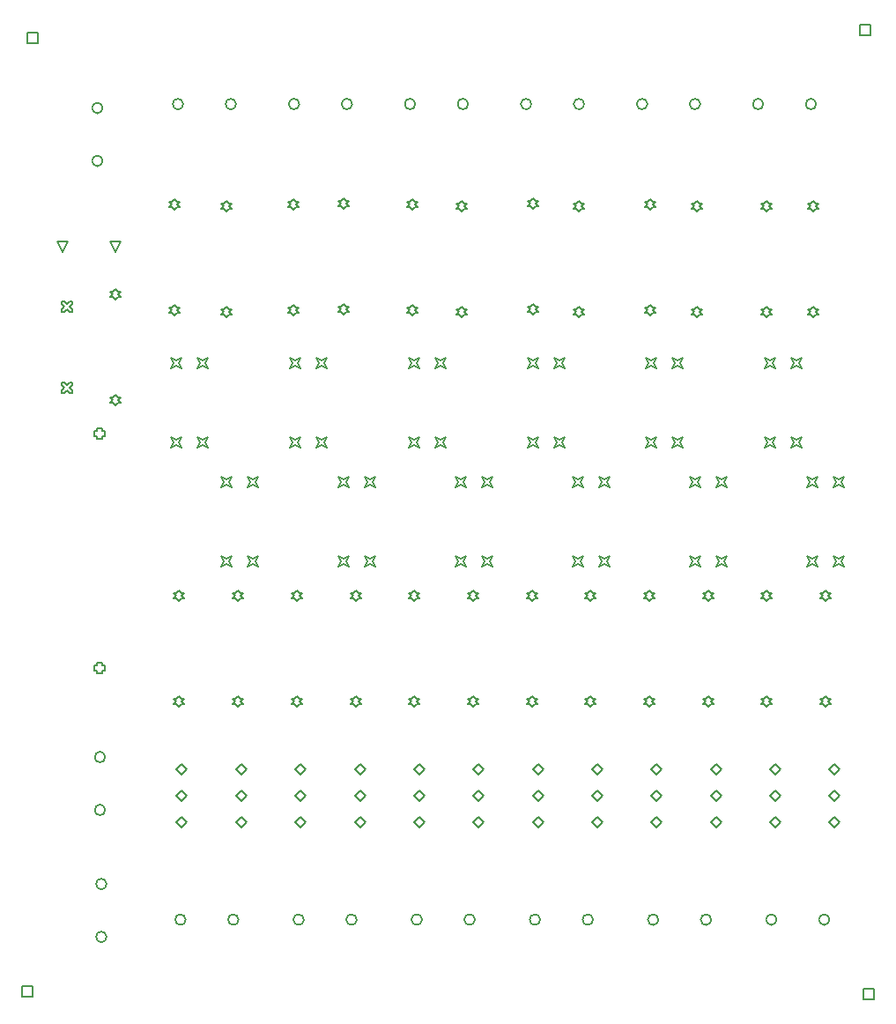
<source format=gbr>
G04*
G04 #@! TF.GenerationSoftware,Altium Limited,Altium Designer,22.4.2 (48)*
G04*
G04 Layer_Color=2752767*
%FSLAX44Y44*%
%MOMM*%
G71*
G04*
G04 #@! TF.SameCoordinates,69224164-BCDE-4545-B53B-617D96EECF20*
G04*
G04*
G04 #@! TF.FilePolarity,Positive*
G04*
G01*
G75*
%ADD12C,0.1270*%
%ADD44C,0.1693*%
D12*
X1038860Y1167130D02*
Y1177290D01*
X1049020D01*
Y1167130D01*
X1038860D01*
X1042670Y241300D02*
Y251460D01*
X1052830D01*
Y241300D01*
X1042670D01*
X233680Y243840D02*
Y254000D01*
X243840D01*
Y243840D01*
X233680D01*
X238760Y1159510D02*
Y1169670D01*
X248920D01*
Y1159510D01*
X238760D01*
X273050Y958850D02*
X267970Y969010D01*
X278130D01*
X273050Y958850D01*
X323050D02*
X317970Y969010D01*
X328130D01*
X323050Y958850D01*
X323850Y913130D02*
X326390Y915670D01*
X328930D01*
X326390Y918210D01*
X328930Y920750D01*
X326390D01*
X323850Y923290D01*
X321310Y920750D01*
X318770D01*
X321310Y918210D01*
X318770Y915670D01*
X321310D01*
X323850Y913130D01*
Y811530D02*
X326390Y814070D01*
X328930D01*
X326390Y816610D01*
X328930Y819150D01*
X326390D01*
X323850Y821690D01*
X321310Y819150D01*
X318770D01*
X321310Y816610D01*
X318770Y814070D01*
X321310D01*
X323850Y811530D01*
X537972Y656590D02*
X540512Y661670D01*
X537972Y666750D01*
X543052Y664210D01*
X548132Y666750D01*
X545592Y661670D01*
X548132Y656590D01*
X543052Y659130D01*
X537972Y656590D01*
X563372D02*
X565912Y661670D01*
X563372Y666750D01*
X568452Y664210D01*
X573532Y666750D01*
X570992Y661670D01*
X573532Y656590D01*
X568452Y659130D01*
X563372Y656590D01*
Y732790D02*
X565912Y737870D01*
X563372Y742950D01*
X568452Y740410D01*
X573532Y742950D01*
X570992Y737870D01*
X573532Y732790D01*
X568452Y735330D01*
X563372Y732790D01*
X537972D02*
X540512Y737870D01*
X537972Y742950D01*
X543052Y740410D01*
X548132Y742950D01*
X545592Y737870D01*
X548132Y732790D01*
X543052Y735330D01*
X537972Y732790D01*
X306070Y781790D02*
Y779250D01*
X311150D01*
Y781790D01*
X313690D01*
Y786870D01*
X311150D01*
Y789410D01*
X306070D01*
Y786870D01*
X303530D01*
Y781790D01*
X306070D01*
Y556790D02*
Y554250D01*
X311150D01*
Y556790D01*
X313690D01*
Y561870D01*
X311150D01*
Y564410D01*
X306070D01*
Y561870D01*
X303530D01*
Y556790D01*
X306070D01*
X271780Y901330D02*
X274320D01*
X276860Y903870D01*
X279400Y901330D01*
X281940D01*
Y903870D01*
X279400Y906410D01*
X281940Y908950D01*
Y911490D01*
X279400D01*
X276860Y908950D01*
X274320Y911490D01*
X271780D01*
Y908950D01*
X274320Y906410D01*
X271780Y903870D01*
Y901330D01*
Y823330D02*
X274320D01*
X276860Y825870D01*
X279400Y823330D01*
X281940D01*
Y825870D01*
X279400Y828410D01*
X281940Y830950D01*
Y833490D01*
X279400D01*
X276860Y830950D01*
X274320Y833490D01*
X271780D01*
Y830950D01*
X274320Y828410D01*
X271780Y825870D01*
Y823330D01*
X382270Y411480D02*
X387350Y416560D01*
X392430Y411480D01*
X387350Y406400D01*
X382270Y411480D01*
Y436880D02*
X387350Y441960D01*
X392430Y436880D01*
X387350Y431800D01*
X382270Y436880D01*
Y462280D02*
X387350Y467360D01*
X392430Y462280D01*
X387350Y457200D01*
X382270Y462280D01*
X425450Y656590D02*
X427990Y661670D01*
X425450Y666750D01*
X430530Y664210D01*
X435610Y666750D01*
X433070Y661670D01*
X435610Y656590D01*
X430530Y659130D01*
X425450Y656590D01*
X450850D02*
X453390Y661670D01*
X450850Y666750D01*
X455930Y664210D01*
X461010Y666750D01*
X458470Y661670D01*
X461010Y656590D01*
X455930Y659130D01*
X450850Y656590D01*
Y732790D02*
X453390Y737870D01*
X450850Y742950D01*
X455930Y740410D01*
X461010Y742950D01*
X458470Y737870D01*
X461010Y732790D01*
X455930Y735330D01*
X450850Y732790D01*
X425450D02*
X427990Y737870D01*
X425450Y742950D01*
X430530Y740410D01*
X435610Y742950D01*
X433070Y737870D01*
X435610Y732790D01*
X430530Y735330D01*
X425450Y732790D01*
X380504Y999490D02*
X383044Y1002030D01*
X385584D01*
X383044Y1004570D01*
X385584Y1007110D01*
X383044D01*
X380504Y1009650D01*
X377964Y1007110D01*
X375424D01*
X377964Y1004570D01*
X375424Y1002030D01*
X377964D01*
X380504Y999490D01*
Y897890D02*
X383044Y900430D01*
X385584D01*
X383044Y902970D01*
X385584Y905510D01*
X383044D01*
X380504Y908050D01*
X377964Y905510D01*
X375424D01*
X377964Y902970D01*
X375424Y900430D01*
X377964D01*
X380504Y897890D01*
X724674Y1000760D02*
X727214Y1003300D01*
X729754D01*
X727214Y1005840D01*
X729754Y1008380D01*
X727214D01*
X724674Y1010920D01*
X722134Y1008380D01*
X719594D01*
X722134Y1005840D01*
X719594Y1003300D01*
X722134D01*
X724674Y1000760D01*
Y899160D02*
X727214Y901700D01*
X729754D01*
X727214Y904240D01*
X729754Y906780D01*
X727214D01*
X724674Y909320D01*
X722134Y906780D01*
X719594D01*
X722134Y904240D01*
X719594Y901700D01*
X722134D01*
X724674Y899160D01*
X837704Y999490D02*
X840244Y1002030D01*
X842784D01*
X840244Y1004570D01*
X842784Y1007110D01*
X840244D01*
X837704Y1009650D01*
X835164Y1007110D01*
X832624D01*
X835164Y1004570D01*
X832624Y1002030D01*
X835164D01*
X837704Y999490D01*
Y897890D02*
X840244Y900430D01*
X842784D01*
X840244Y902970D01*
X842784Y905510D01*
X840244D01*
X837704Y908050D01*
X835164Y905510D01*
X832624D01*
X835164Y902970D01*
X832624Y900430D01*
X835164D01*
X837704Y897890D01*
X494804Y999490D02*
X497344Y1002030D01*
X499884D01*
X497344Y1004570D01*
X499884Y1007110D01*
X497344D01*
X494804Y1009650D01*
X492264Y1007110D01*
X489724D01*
X492264Y1004570D01*
X489724Y1002030D01*
X492264D01*
X494804Y999490D01*
Y897890D02*
X497344Y900430D01*
X499884D01*
X497344Y902970D01*
X499884Y905510D01*
X497344D01*
X494804Y908050D01*
X492264Y905510D01*
X489724D01*
X492264Y902970D01*
X489724Y900430D01*
X492264D01*
X494804Y897890D01*
X543064Y1000760D02*
X545604Y1003300D01*
X548144D01*
X545604Y1005840D01*
X548144Y1008380D01*
X545604D01*
X543064Y1010920D01*
X540524Y1008380D01*
X537984D01*
X540524Y1005840D01*
X537984Y1003300D01*
X540524D01*
X543064Y1000760D01*
Y899160D02*
X545604Y901700D01*
X548144D01*
X545604Y904240D01*
X548144Y906780D01*
X545604D01*
X543064Y909320D01*
X540524Y906780D01*
X537984D01*
X540524Y904240D01*
X537984Y901700D01*
X540524D01*
X543064Y899160D01*
X609104Y999490D02*
X611644Y1002030D01*
X614184D01*
X611644Y1004570D01*
X614184Y1007110D01*
X611644D01*
X609104Y1009650D01*
X606564Y1007110D01*
X604024D01*
X606564Y1004570D01*
X604024Y1002030D01*
X606564D01*
X609104Y999490D01*
Y897890D02*
X611644Y900430D01*
X614184D01*
X611644Y902970D01*
X614184Y905510D01*
X611644D01*
X609104Y908050D01*
X606564Y905510D01*
X604024D01*
X606564Y902970D01*
X604024Y900430D01*
X606564D01*
X609104Y897890D01*
X882154Y998220D02*
X884694Y1000760D01*
X887234D01*
X884694Y1003300D01*
X887234Y1005840D01*
X884694D01*
X882154Y1008380D01*
X879614Y1005840D01*
X877074D01*
X879614Y1003300D01*
X877074Y1000760D01*
X879614D01*
X882154Y998220D01*
Y896620D02*
X884694Y899160D01*
X887234D01*
X884694Y901700D01*
X887234Y904240D01*
X884694D01*
X882154Y906780D01*
X879614Y904240D01*
X877074D01*
X879614Y901700D01*
X877074Y899160D01*
X879614D01*
X882154Y896620D01*
X769124Y998220D02*
X771664Y1000760D01*
X774204D01*
X771664Y1003300D01*
X774204Y1005840D01*
X771664D01*
X769124Y1008380D01*
X766584Y1005840D01*
X764044D01*
X766584Y1003300D01*
X764044Y1000760D01*
X766584D01*
X769124Y998220D01*
Y896620D02*
X771664Y899160D01*
X774204D01*
X771664Y901700D01*
X774204Y904240D01*
X771664D01*
X769124Y906780D01*
X766584Y904240D01*
X764044D01*
X766584Y901700D01*
X764044Y899160D01*
X766584D01*
X769124Y896620D01*
X656094Y998220D02*
X658634Y1000760D01*
X661174D01*
X658634Y1003300D01*
X661174Y1005840D01*
X658634D01*
X656094Y1008380D01*
X653554Y1005840D01*
X651014D01*
X653554Y1003300D01*
X651014Y1000760D01*
X653554D01*
X656094Y998220D01*
Y896620D02*
X658634Y899160D01*
X661174D01*
X658634Y901700D01*
X661174Y904240D01*
X658634D01*
X656094Y906780D01*
X653554Y904240D01*
X651014D01*
X653554Y901700D01*
X651014Y899160D01*
X653554D01*
X656094Y896620D01*
X430034Y998220D02*
X432574Y1000760D01*
X435114D01*
X432574Y1003300D01*
X435114Y1005840D01*
X432574D01*
X430034Y1008380D01*
X427494Y1005840D01*
X424954D01*
X427494Y1003300D01*
X424954Y1000760D01*
X427494D01*
X430034Y998220D01*
Y896620D02*
X432574Y899160D01*
X435114D01*
X432574Y901700D01*
X435114Y904240D01*
X432574D01*
X430034Y906780D01*
X427494Y904240D01*
X424954D01*
X427494Y901700D01*
X424954Y899160D01*
X427494D01*
X430034Y896620D01*
X949464Y998220D02*
X952004Y1000760D01*
X954544D01*
X952004Y1003300D01*
X954544Y1005840D01*
X952004D01*
X949464Y1008380D01*
X946924Y1005840D01*
X944384D01*
X946924Y1003300D01*
X944384Y1000760D01*
X946924D01*
X949464Y998220D01*
Y896620D02*
X952004Y899160D01*
X954544D01*
X952004Y901700D01*
X954544Y904240D01*
X952004D01*
X949464Y906780D01*
X946924Y904240D01*
X944384D01*
X946924Y901700D01*
X944384Y899160D01*
X946924D01*
X949464Y896620D01*
X993914Y998220D02*
X996454Y1000760D01*
X998994D01*
X996454Y1003300D01*
X998994Y1005840D01*
X996454D01*
X993914Y1008380D01*
X991374Y1005840D01*
X988834D01*
X991374Y1003300D01*
X988834Y1000760D01*
X991374D01*
X993914Y998220D01*
Y896620D02*
X996454Y899160D01*
X998994D01*
X996454Y901700D01*
X998994Y904240D01*
X996454D01*
X993914Y906780D01*
X991374Y904240D01*
X988834D01*
X991374Y901700D01*
X988834Y899160D01*
X991374D01*
X993914Y896620D01*
X875538Y656590D02*
X878078Y661670D01*
X875538Y666750D01*
X880618Y664210D01*
X885698Y666750D01*
X883158Y661670D01*
X885698Y656590D01*
X880618Y659130D01*
X875538Y656590D01*
X900938D02*
X903478Y661670D01*
X900938Y666750D01*
X906018Y664210D01*
X911098Y666750D01*
X908558Y661670D01*
X911098Y656590D01*
X906018Y659130D01*
X900938Y656590D01*
Y732790D02*
X903478Y737870D01*
X900938Y742950D01*
X906018Y740410D01*
X911098Y742950D01*
X908558Y737870D01*
X911098Y732790D01*
X906018Y735330D01*
X900938Y732790D01*
X875538D02*
X878078Y737870D01*
X875538Y742950D01*
X880618Y740410D01*
X885698Y742950D01*
X883158Y737870D01*
X885698Y732790D01*
X880618Y735330D01*
X875538Y732790D01*
X667096Y521970D02*
X669637Y524510D01*
X672177D01*
X669637Y527050D01*
X672177Y529590D01*
X669637D01*
X667096Y532130D01*
X664557Y529590D01*
X662017D01*
X664557Y527050D01*
X662017Y524510D01*
X664557D01*
X667096Y521970D01*
Y623570D02*
X669637Y626110D01*
X672177D01*
X669637Y628650D01*
X672177Y631190D01*
X669637D01*
X667096Y633730D01*
X664557Y631190D01*
X662017D01*
X664557Y628650D01*
X662017Y626110D01*
X664557D01*
X667096Y623570D01*
X441267Y521970D02*
X443807Y524510D01*
X446347D01*
X443807Y527050D01*
X446347Y529590D01*
X443807D01*
X441267Y532130D01*
X438727Y529590D01*
X436187D01*
X438727Y527050D01*
X436187Y524510D01*
X438727D01*
X441267Y521970D01*
Y623570D02*
X443807Y626110D01*
X446347D01*
X443807Y628650D01*
X446347Y631190D01*
X443807D01*
X441267Y633730D01*
X438727Y631190D01*
X436187D01*
X438727Y628650D01*
X436187Y626110D01*
X438727D01*
X441267Y623570D01*
X892925Y521970D02*
X895465Y524510D01*
X898005D01*
X895465Y527050D01*
X898005Y529590D01*
X895465D01*
X892925Y532130D01*
X890385Y529590D01*
X887845D01*
X890385Y527050D01*
X887845Y524510D01*
X890385D01*
X892925Y521970D01*
Y623570D02*
X895465Y626110D01*
X898005D01*
X895465Y628650D01*
X898005Y631190D01*
X895465D01*
X892925Y633730D01*
X890385Y631190D01*
X887845D01*
X890385Y628650D01*
X887845Y626110D01*
X890385D01*
X892925Y623570D01*
X384810Y521970D02*
X387350Y524510D01*
X389890D01*
X387350Y527050D01*
X389890Y529590D01*
X387350D01*
X384810Y532130D01*
X382270Y529590D01*
X379730D01*
X382270Y527050D01*
X379730Y524510D01*
X382270D01*
X384810Y521970D01*
Y623570D02*
X387350Y626110D01*
X389890D01*
X387350Y628650D01*
X389890Y631190D01*
X387350D01*
X384810Y633730D01*
X382270Y631190D01*
X379730D01*
X382270Y628650D01*
X379730Y626110D01*
X382270D01*
X384810Y623570D01*
X836468Y521970D02*
X839008Y524510D01*
X841548D01*
X839008Y527050D01*
X841548Y529590D01*
X839008D01*
X836468Y532130D01*
X833928Y529590D01*
X831388D01*
X833928Y527050D01*
X831388Y524510D01*
X833928D01*
X836468Y521970D01*
Y623570D02*
X839008Y626110D01*
X841548D01*
X839008Y628650D01*
X841548Y631190D01*
X839008D01*
X836468Y633730D01*
X833928Y631190D01*
X831388D01*
X833928Y628650D01*
X831388Y626110D01*
X833928D01*
X836468Y623570D01*
X610639Y521970D02*
X613179Y524510D01*
X615719D01*
X613179Y527050D01*
X615719Y529590D01*
X613179D01*
X610639Y532130D01*
X608099Y529590D01*
X605559D01*
X608099Y527050D01*
X605559Y524510D01*
X608099D01*
X610639Y521970D01*
Y623570D02*
X613179Y626110D01*
X615719D01*
X613179Y628650D01*
X615719Y631190D01*
X613179D01*
X610639Y633730D01*
X608099Y631190D01*
X605559D01*
X608099Y628650D01*
X605559Y626110D01*
X608099D01*
X610639Y623570D01*
X554182Y521970D02*
X556722Y524510D01*
X559262D01*
X556722Y527050D01*
X559262Y529590D01*
X556722D01*
X554182Y532130D01*
X551642Y529590D01*
X549102D01*
X551642Y527050D01*
X549102Y524510D01*
X551642D01*
X554182Y521970D01*
Y623570D02*
X556722Y626110D01*
X559262D01*
X556722Y628650D01*
X559262Y631190D01*
X556722D01*
X554182Y633730D01*
X551642Y631190D01*
X549102D01*
X551642Y628650D01*
X549102Y626110D01*
X551642D01*
X554182Y623570D01*
X780011Y521970D02*
X782551Y524510D01*
X785091D01*
X782551Y527050D01*
X785091Y529590D01*
X782551D01*
X780011Y532130D01*
X777471Y529590D01*
X774931D01*
X777471Y527050D01*
X774931Y524510D01*
X777471D01*
X780011Y521970D01*
Y623570D02*
X782551Y626110D01*
X785091D01*
X782551Y628650D01*
X785091Y631190D01*
X782551D01*
X780011Y633730D01*
X777471Y631190D01*
X774931D01*
X777471Y628650D01*
X774931Y626110D01*
X777471D01*
X780011Y623570D01*
X1005840Y521970D02*
X1008380Y524510D01*
X1010920D01*
X1008380Y527050D01*
X1010920Y529590D01*
X1008380D01*
X1005840Y532130D01*
X1003300Y529590D01*
X1000760D01*
X1003300Y527050D01*
X1000760Y524510D01*
X1003300D01*
X1005840Y521970D01*
Y623570D02*
X1008380Y626110D01*
X1010920D01*
X1008380Y628650D01*
X1010920Y631190D01*
X1008380D01*
X1005840Y633730D01*
X1003300Y631190D01*
X1000760D01*
X1003300Y628650D01*
X1000760Y626110D01*
X1003300D01*
X1005840Y623570D01*
X497725Y521970D02*
X500265Y524510D01*
X502805D01*
X500265Y527050D01*
X502805Y529590D01*
X500265D01*
X497725Y532130D01*
X495185Y529590D01*
X492645D01*
X495185Y527050D01*
X492645Y524510D01*
X495185D01*
X497725Y521970D01*
Y623570D02*
X500265Y626110D01*
X502805D01*
X500265Y628650D01*
X502805Y631190D01*
X500265D01*
X497725Y633730D01*
X495185Y631190D01*
X492645D01*
X495185Y628650D01*
X492645Y626110D01*
X495185D01*
X497725Y623570D01*
X723553Y521970D02*
X726094Y524510D01*
X728633D01*
X726094Y527050D01*
X728633Y529590D01*
X726094D01*
X723553Y532130D01*
X721013Y529590D01*
X718474D01*
X721013Y527050D01*
X718474Y524510D01*
X721013D01*
X723553Y521970D01*
Y623570D02*
X726094Y626110D01*
X728633D01*
X726094Y628650D01*
X728633Y631190D01*
X726094D01*
X723553Y633730D01*
X721013Y631190D01*
X718474D01*
X721013Y628650D01*
X718474Y626110D01*
X721013D01*
X723553Y623570D01*
X949383Y521970D02*
X951923Y524510D01*
X954463D01*
X951923Y527050D01*
X954463Y529590D01*
X951923D01*
X949383Y532130D01*
X946843Y529590D01*
X944303D01*
X946843Y527050D01*
X944303Y524510D01*
X946843D01*
X949383Y521970D01*
Y623570D02*
X951923Y626110D01*
X954463D01*
X951923Y628650D01*
X954463Y631190D01*
X951923D01*
X949383Y633730D01*
X946843Y631190D01*
X944303D01*
X946843Y628650D01*
X944303Y626110D01*
X946843D01*
X949383Y623570D01*
X650494Y732790D02*
X653034Y737870D01*
X650494Y742950D01*
X655574Y740410D01*
X660654Y742950D01*
X658114Y737870D01*
X660654Y732790D01*
X655574Y735330D01*
X650494Y732790D01*
X675894D02*
X678434Y737870D01*
X675894Y742950D01*
X680974Y740410D01*
X686054Y742950D01*
X683514Y737870D01*
X686054Y732790D01*
X680974Y735330D01*
X675894Y732790D01*
Y656590D02*
X678434Y661670D01*
X675894Y666750D01*
X680974Y664210D01*
X686054Y666750D01*
X683514Y661670D01*
X686054Y656590D01*
X680974Y659130D01*
X675894Y656590D01*
X650494D02*
X653034Y661670D01*
X650494Y666750D01*
X655574Y664210D01*
X660654Y666750D01*
X658114Y661670D01*
X660654Y656590D01*
X655574Y659130D01*
X650494Y656590D01*
X667443Y462280D02*
X672523Y467360D01*
X677603Y462280D01*
X672523Y457200D01*
X667443Y462280D01*
Y436880D02*
X672523Y441960D01*
X677603Y436880D01*
X672523Y431800D01*
X667443Y436880D01*
Y411480D02*
X672523Y416560D01*
X677603Y411480D01*
X672523Y406400D01*
X667443Y411480D01*
X439305Y462280D02*
X444385Y467360D01*
X449465Y462280D01*
X444385Y457200D01*
X439305Y462280D01*
Y436880D02*
X444385Y441960D01*
X449465Y436880D01*
X444385Y431800D01*
X439305Y436880D01*
Y411480D02*
X444385Y416560D01*
X449465Y411480D01*
X444385Y406400D01*
X439305Y411480D01*
X895581Y462280D02*
X900661Y467360D01*
X905741Y462280D01*
X900661Y457200D01*
X895581Y462280D01*
Y436880D02*
X900661Y441960D01*
X905741Y436880D01*
X900661Y431800D01*
X895581Y436880D01*
Y411480D02*
X900661Y416560D01*
X905741Y411480D01*
X900661Y406400D01*
X895581Y411480D01*
X377190Y847090D02*
X379730Y852170D01*
X377190Y857250D01*
X382270Y854710D01*
X387350Y857250D01*
X384810Y852170D01*
X387350Y847090D01*
X382270Y849630D01*
X377190Y847090D01*
X402590D02*
X405130Y852170D01*
X402590Y857250D01*
X407670Y854710D01*
X412750Y857250D01*
X410210Y852170D01*
X412750Y847090D01*
X407670Y849630D01*
X402590Y847090D01*
Y770890D02*
X405130Y775970D01*
X402590Y781050D01*
X407670Y778510D01*
X412750Y781050D01*
X410210Y775970D01*
X412750Y770890D01*
X407670Y773430D01*
X402590Y770890D01*
X377190D02*
X379730Y775970D01*
X377190Y781050D01*
X382270Y778510D01*
X387350Y781050D01*
X384810Y775970D01*
X387350Y770890D01*
X382270Y773430D01*
X377190Y770890D01*
X833374Y847090D02*
X835914Y852170D01*
X833374Y857250D01*
X838454Y854710D01*
X843534Y857250D01*
X840994Y852170D01*
X843534Y847090D01*
X838454Y849630D01*
X833374Y847090D01*
X858774D02*
X861314Y852170D01*
X858774Y857250D01*
X863854Y854710D01*
X868934Y857250D01*
X866394Y852170D01*
X868934Y847090D01*
X863854Y849630D01*
X858774Y847090D01*
Y770890D02*
X861314Y775970D01*
X858774Y781050D01*
X863854Y778510D01*
X868934Y781050D01*
X866394Y775970D01*
X868934Y770890D01*
X863854Y773430D01*
X858774Y770890D01*
X833374D02*
X835914Y775970D01*
X833374Y781050D01*
X838454Y778510D01*
X843534Y781050D01*
X840994Y775970D01*
X843534Y770890D01*
X838454Y773430D01*
X833374Y770890D01*
X605282Y847090D02*
X607822Y852170D01*
X605282Y857250D01*
X610362Y854710D01*
X615442Y857250D01*
X612902Y852170D01*
X615442Y847090D01*
X610362Y849630D01*
X605282Y847090D01*
X630682D02*
X633222Y852170D01*
X630682Y857250D01*
X635762Y854710D01*
X640842Y857250D01*
X638302Y852170D01*
X640842Y847090D01*
X635762Y849630D01*
X630682Y847090D01*
Y770890D02*
X633222Y775970D01*
X630682Y781050D01*
X635762Y778510D01*
X640842Y781050D01*
X638302Y775970D01*
X640842Y770890D01*
X635762Y773430D01*
X630682Y770890D01*
X605282D02*
X607822Y775970D01*
X605282Y781050D01*
X610362Y778510D01*
X615442Y781050D01*
X612902Y775970D01*
X615442Y770890D01*
X610362Y773430D01*
X605282Y770890D01*
X838547Y462280D02*
X843626Y467360D01*
X848707Y462280D01*
X843626Y457200D01*
X838547Y462280D01*
Y436880D02*
X843626Y441960D01*
X848707Y436880D01*
X843626Y431800D01*
X838547Y436880D01*
Y411480D02*
X843626Y416560D01*
X848707Y411480D01*
X843626Y406400D01*
X838547Y411480D01*
X610408Y462280D02*
X615488Y467360D01*
X620568Y462280D01*
X615488Y457200D01*
X610408Y462280D01*
Y436880D02*
X615488Y441960D01*
X620568Y436880D01*
X615488Y431800D01*
X610408Y436880D01*
Y411480D02*
X615488Y416560D01*
X620568Y411480D01*
X615488Y406400D01*
X610408Y411480D01*
X763016Y732790D02*
X765556Y737870D01*
X763016Y742950D01*
X768096Y740410D01*
X773176Y742950D01*
X770636Y737870D01*
X773176Y732790D01*
X768096Y735330D01*
X763016Y732790D01*
X788416D02*
X790956Y737870D01*
X788416Y742950D01*
X793496Y740410D01*
X798576Y742950D01*
X796036Y737870D01*
X798576Y732790D01*
X793496Y735330D01*
X788416Y732790D01*
Y656590D02*
X790956Y661670D01*
X788416Y666750D01*
X793496Y664210D01*
X798576Y666750D01*
X796036Y661670D01*
X798576Y656590D01*
X793496Y659130D01*
X788416Y656590D01*
X763016D02*
X765556Y661670D01*
X763016Y666750D01*
X768096Y664210D01*
X773176Y666750D01*
X770636Y661670D01*
X773176Y656590D01*
X768096Y659130D01*
X763016Y656590D01*
X553373Y462280D02*
X558453Y467360D01*
X563534Y462280D01*
X558453Y457200D01*
X553373Y462280D01*
Y436880D02*
X558453Y441960D01*
X563534Y436880D01*
X558453Y431800D01*
X553373Y436880D01*
Y411480D02*
X558453Y416560D01*
X563534Y411480D01*
X558453Y406400D01*
X553373Y411480D01*
X988060Y732790D02*
X990600Y737870D01*
X988060Y742950D01*
X993140Y740410D01*
X998220Y742950D01*
X995680Y737870D01*
X998220Y732790D01*
X993140Y735330D01*
X988060Y732790D01*
X1013460D02*
X1016000Y737870D01*
X1013460Y742950D01*
X1018540Y740410D01*
X1023620Y742950D01*
X1021080Y737870D01*
X1023620Y732790D01*
X1018540Y735330D01*
X1013460Y732790D01*
Y656590D02*
X1016000Y661670D01*
X1013460Y666750D01*
X1018540Y664210D01*
X1023620Y666750D01*
X1021080Y661670D01*
X1023620Y656590D01*
X1018540Y659130D01*
X1013460Y656590D01*
X988060D02*
X990600Y661670D01*
X988060Y666750D01*
X993140Y664210D01*
X998220Y666750D01*
X995680Y661670D01*
X998220Y656590D01*
X993140Y659130D01*
X988060Y656590D01*
X781512Y462280D02*
X786592Y467360D01*
X791672Y462280D01*
X786592Y457200D01*
X781512Y462280D01*
Y436880D02*
X786592Y441960D01*
X791672Y436880D01*
X786592Y431800D01*
X781512Y436880D01*
Y411480D02*
X786592Y416560D01*
X791672Y411480D01*
X786592Y406400D01*
X781512Y411480D01*
X1009650Y462280D02*
X1014730Y467360D01*
X1019810Y462280D01*
X1014730Y457200D01*
X1009650Y462280D01*
Y436880D02*
X1014730Y441960D01*
X1019810Y436880D01*
X1014730Y431800D01*
X1009650Y436880D01*
Y411480D02*
X1014730Y416560D01*
X1019810Y411480D01*
X1014730Y406400D01*
X1009650Y411480D01*
X491236Y847090D02*
X493776Y852170D01*
X491236Y857250D01*
X496316Y854710D01*
X501396Y857250D01*
X498856Y852170D01*
X501396Y847090D01*
X496316Y849630D01*
X491236Y847090D01*
X516636D02*
X519176Y852170D01*
X516636Y857250D01*
X521716Y854710D01*
X526796Y857250D01*
X524256Y852170D01*
X526796Y847090D01*
X521716Y849630D01*
X516636Y847090D01*
Y770890D02*
X519176Y775970D01*
X516636Y781050D01*
X521716Y778510D01*
X526796Y781050D01*
X524256Y775970D01*
X526796Y770890D01*
X521716Y773430D01*
X516636Y770890D01*
X491236D02*
X493776Y775970D01*
X491236Y781050D01*
X496316Y778510D01*
X501396Y781050D01*
X498856Y775970D01*
X501396Y770890D01*
X496316Y773430D01*
X491236Y770890D01*
X719328Y847090D02*
X721868Y852170D01*
X719328Y857250D01*
X724408Y854710D01*
X729488Y857250D01*
X726948Y852170D01*
X729488Y847090D01*
X724408Y849630D01*
X719328Y847090D01*
X744728D02*
X747268Y852170D01*
X744728Y857250D01*
X749808Y854710D01*
X754888Y857250D01*
X752348Y852170D01*
X754888Y847090D01*
X749808Y849630D01*
X744728Y847090D01*
Y770890D02*
X747268Y775970D01*
X744728Y781050D01*
X749808Y778510D01*
X754888Y781050D01*
X752348Y775970D01*
X754888Y770890D01*
X749808Y773430D01*
X744728Y770890D01*
X719328D02*
X721868Y775970D01*
X719328Y781050D01*
X724408Y778510D01*
X729488Y781050D01*
X726948Y775970D01*
X729488Y770890D01*
X724408Y773430D01*
X719328Y770890D01*
X947420Y847090D02*
X949960Y852170D01*
X947420Y857250D01*
X952500Y854710D01*
X957580Y857250D01*
X955040Y852170D01*
X957580Y847090D01*
X952500Y849630D01*
X947420Y847090D01*
X972820D02*
X975360Y852170D01*
X972820Y857250D01*
X977900Y854710D01*
X982980Y857250D01*
X980440Y852170D01*
X982980Y847090D01*
X977900Y849630D01*
X972820Y847090D01*
Y770890D02*
X975360Y775970D01*
X972820Y781050D01*
X977900Y778510D01*
X982980Y781050D01*
X980440Y775970D01*
X982980Y770890D01*
X977900Y773430D01*
X972820Y770890D01*
X947420D02*
X949960Y775970D01*
X947420Y781050D01*
X952500Y778510D01*
X957580Y781050D01*
X955040Y775970D01*
X957580Y770890D01*
X952500Y773430D01*
X947420Y770890D01*
X496339Y462280D02*
X501419Y467360D01*
X506499Y462280D01*
X501419Y457200D01*
X496339Y462280D01*
Y436880D02*
X501419Y441960D01*
X506499Y436880D01*
X501419Y431800D01*
X496339Y436880D01*
Y411480D02*
X501419Y416560D01*
X506499Y411480D01*
X501419Y406400D01*
X496339Y411480D01*
X724477Y462280D02*
X729557Y467360D01*
X734637Y462280D01*
X729557Y457200D01*
X724477Y462280D01*
Y436880D02*
X729557Y441960D01*
X734637Y436880D01*
X729557Y431800D01*
X724477Y436880D01*
Y411480D02*
X729557Y416560D01*
X734637Y411480D01*
X729557Y406400D01*
X724477Y411480D01*
X952615Y462280D02*
X957695Y467360D01*
X962775Y462280D01*
X957695Y457200D01*
X952615Y462280D01*
Y436880D02*
X957695Y441960D01*
X962775Y436880D01*
X957695Y431800D01*
X952615Y436880D01*
Y411480D02*
X957695Y416560D01*
X962775Y411480D01*
X957695Y406400D01*
X952615Y411480D01*
D44*
X668927Y317500D02*
G03*
X668927Y317500I-5080J0D01*
G01*
X618127D02*
G03*
X618127Y317500I-5080J0D01*
G01*
X311150Y1046480D02*
G03*
X311150Y1046480I-5080J0D01*
G01*
Y1097280D02*
G03*
X311150Y1097280I-5080J0D01*
G01*
X314960Y351790D02*
G03*
X314960Y351790I-5080J0D01*
G01*
Y300990D02*
G03*
X314960Y300990I-5080J0D01*
G01*
X313690Y473710D02*
G03*
X313690Y473710I-5080J0D01*
G01*
Y422910D02*
G03*
X313690Y422910I-5080J0D01*
G01*
X441779Y317500D02*
G03*
X441779Y317500I-5080J0D01*
G01*
X390979D02*
G03*
X390979Y317500I-5080J0D01*
G01*
X555353D02*
G03*
X555353Y317500I-5080J0D01*
G01*
X504553D02*
G03*
X504553Y317500I-5080J0D01*
G01*
X782501D02*
G03*
X782501Y317500I-5080J0D01*
G01*
X731701D02*
G03*
X731701Y317500I-5080J0D01*
G01*
X439420Y1101090D02*
G03*
X439420Y1101090I-5080J0D01*
G01*
X388620D02*
G03*
X388620Y1101090I-5080J0D01*
G01*
X550926D02*
G03*
X550926Y1101090I-5080J0D01*
G01*
X500126D02*
G03*
X500126Y1101090I-5080J0D01*
G01*
X662432D02*
G03*
X662432Y1101090I-5080J0D01*
G01*
X611632D02*
G03*
X611632Y1101090I-5080J0D01*
G01*
X773938D02*
G03*
X773938Y1101090I-5080J0D01*
G01*
X723138D02*
G03*
X723138Y1101090I-5080J0D01*
G01*
X896075Y317500D02*
G03*
X896075Y317500I-5080J0D01*
G01*
X845275D02*
G03*
X845275Y317500I-5080J0D01*
G01*
X1009650D02*
G03*
X1009650Y317500I-5080J0D01*
G01*
X958850D02*
G03*
X958850Y317500I-5080J0D01*
G01*
X885444Y1101090D02*
G03*
X885444Y1101090I-5080J0D01*
G01*
X834644D02*
G03*
X834644Y1101090I-5080J0D01*
G01*
X996950D02*
G03*
X996950Y1101090I-5080J0D01*
G01*
X946150D02*
G03*
X946150Y1101090I-5080J0D01*
G01*
M02*

</source>
